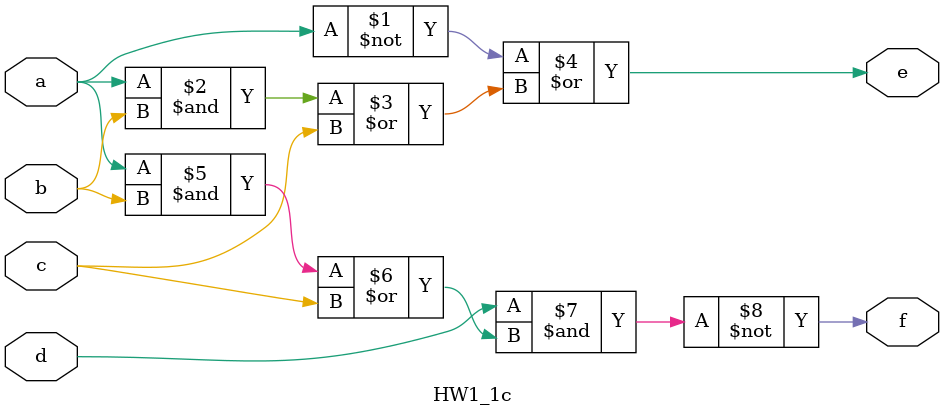
<source format=v>
`timescale 1ns / 1ps

module HW1_1c(e, f, a, b, c, d);
    input a, b, c, d;					//define inputs
    output e, f;						//define outputs
    
    assign e = ~a | ((a & b) | c);		//dataflow for output e. Not a or z
    assign f = ~(d & ((a & b) | c)); 	//dataflow for output f. D nand z

endmodule


</source>
